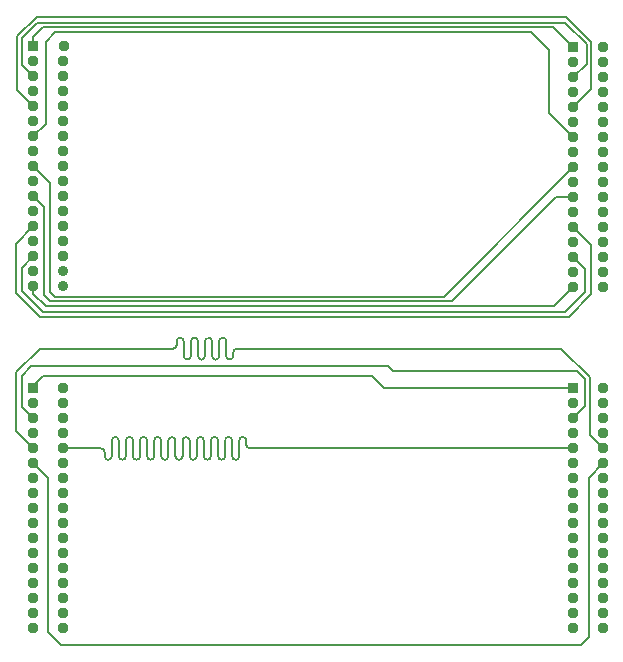
<source format=gbr>
%TF.GenerationSoftware,KiCad,Pcbnew,7.0.7*%
%TF.CreationDate,2023-09-12T10:14:53-04:00*%
%TF.ProjectId,Temps_South,54656d70-735f-4536-9f75-74682e6b6963,B*%
%TF.SameCoordinates,Original*%
%TF.FileFunction,Copper,L1,Top*%
%TF.FilePolarity,Positive*%
%FSLAX46Y46*%
G04 Gerber Fmt 4.6, Leading zero omitted, Abs format (unit mm)*
G04 Created by KiCad (PCBNEW 7.0.7) date 2023-09-12 10:14:53*
%MOMM*%
%LPD*%
G01*
G04 APERTURE LIST*
%TA.AperFunction,ComponentPad*%
%ADD10R,0.940800X0.940800*%
%TD*%
%TA.AperFunction,ComponentPad*%
%ADD11C,0.940800*%
%TD*%
%TA.AperFunction,ComponentPad*%
%ADD12C,0.890000*%
%TD*%
%TA.AperFunction,Conductor*%
%ADD13C,0.200000*%
%TD*%
G04 APERTURE END LIST*
D10*
%TO.P,J2,1,Pin_1*%
%TO.N,/TD2_1*%
X93944440Y-79857600D03*
D11*
%TO.P,J2,2,Pin_2*%
%TO.N,/TD2_2*%
X96504760Y-79857600D03*
%TO.P,J2,3,Pin_3*%
%TO.N,unconnected-(J2-Pin_3-Pad3)*%
X93954600Y-81127600D03*
%TO.P,J2,4,Pin_4*%
%TO.N,unconnected-(J2-Pin_4-Pad4)*%
X96494600Y-81127600D03*
%TO.P,J2,5,Pin_5*%
%TO.N,/TD2_5*%
X93954600Y-82397600D03*
%TO.P,J2,6,Pin_6*%
%TO.N,/TD2_6*%
X96494600Y-82397600D03*
%TO.P,J2,7,Pin_7*%
%TO.N,unconnected-(J2-Pin_7-Pad7)*%
X93954600Y-83667600D03*
%TO.P,J2,8,Pin_8*%
%TO.N,unconnected-(J2-Pin_8-Pad8)*%
X96494600Y-83667600D03*
%TO.P,J2,9,Pin_9*%
%TO.N,/TD2_9*%
X93954600Y-84937600D03*
%TO.P,J2,10,Pin_10*%
%TO.N,/TD2_10*%
X96494600Y-84937600D03*
%TO.P,J2,11,Pin_11*%
%TO.N,/TD2_11*%
X93954600Y-86207600D03*
%TO.P,J2,12,Pin_12*%
%TO.N,unconnected-(J2-Pin_12-Pad12)*%
X96494600Y-86207600D03*
%TO.P,J2,13,Pin_13*%
%TO.N,unconnected-(J2-Pin_13-Pad13)*%
X93954600Y-87477600D03*
%TO.P,J2,14,Pin_14*%
%TO.N,unconnected-(J2-Pin_14-Pad14)*%
X96494600Y-87477600D03*
%TO.P,J2,15,Pin_15*%
%TO.N,unconnected-(J2-Pin_15-Pad15)*%
X93954600Y-88747600D03*
%TO.P,J2,16,Pin_16*%
%TO.N,unconnected-(J2-Pin_16-Pad16)*%
X96494600Y-88747600D03*
%TO.P,J2,17,Pin_17*%
%TO.N,unconnected-(J2-Pin_17-Pad17)*%
X93954600Y-90017600D03*
%TO.P,J2,18,Pin_18*%
%TO.N,unconnected-(J2-Pin_18-Pad18)*%
X96494600Y-90017600D03*
%TO.P,J2,19,Pin_19*%
%TO.N,unconnected-(J2-Pin_19-Pad19)*%
X93954600Y-91287600D03*
%TO.P,J2,20,Pin_20*%
%TO.N,unconnected-(J2-Pin_20-Pad20)*%
X96494600Y-91287600D03*
%TO.P,J2,21,Pin_21*%
%TO.N,unconnected-(J2-Pin_21-Pad21)*%
X93954600Y-92557600D03*
%TO.P,J2,22,Pin_22*%
%TO.N,unconnected-(J2-Pin_22-Pad22)*%
X96494600Y-92557600D03*
%TO.P,J2,23,Pin_23*%
%TO.N,unconnected-(J2-Pin_23-Pad23)*%
X93954600Y-93827600D03*
%TO.P,J2,24,Pin_24*%
%TO.N,unconnected-(J2-Pin_24-Pad24)*%
X96494600Y-93827600D03*
%TO.P,J2,25,Pin_25*%
%TO.N,unconnected-(J2-Pin_25-Pad25)*%
X93954600Y-95097600D03*
%TO.P,J2,26,Pin_26*%
%TO.N,unconnected-(J2-Pin_26-Pad26)*%
X96494600Y-95097600D03*
%TO.P,J2,27,Pin_27*%
%TO.N,unconnected-(J2-Pin_27-Pad27)*%
X93954600Y-96367600D03*
%TO.P,J2,28,Pin_28*%
%TO.N,unconnected-(J2-Pin_28-Pad28)*%
X96494600Y-96367600D03*
%TO.P,J2,29,Pin_29*%
%TO.N,unconnected-(J2-Pin_29-Pad29)*%
X93954600Y-97637600D03*
%TO.P,J2,30,Pin_30*%
%TO.N,unconnected-(J2-Pin_30-Pad30)*%
X96494600Y-97637600D03*
%TO.P,J2,31,Pin_31*%
%TO.N,unconnected-(J2-Pin_31-Pad31)*%
X93954600Y-98907600D03*
%TO.P,J2,32,Pin_32*%
%TO.N,unconnected-(J2-Pin_32-Pad32)*%
X96494600Y-98907600D03*
%TO.P,J2,33,Pin_33*%
%TO.N,unconnected-(J2-Pin_33-Pad33)*%
X93954600Y-100177600D03*
%TO.P,J2,34,Pin_34*%
%TO.N,unconnected-(J2-Pin_34-Pad34)*%
X96494600Y-100177600D03*
%TD*%
D10*
%TO.P,J3,1,Pin_1*%
%TO.N,/TD1_1+*%
X139664440Y-50952400D03*
D11*
%TO.P,J3,2,Pin_2*%
%TO.N,/TD1_1-*%
X142224760Y-50952400D03*
%TO.P,J3,3,Pin_3*%
%TO.N,unconnected-(J3-Pin_3-Pad3)*%
X139674600Y-52222400D03*
%TO.P,J3,4,Pin_4*%
%TO.N,unconnected-(J3-Pin_4-Pad4)*%
X142214600Y-52222400D03*
%TO.P,J3,5,Pin_5*%
%TO.N,/TD1_5*%
X139674600Y-53492400D03*
%TO.P,J3,6,Pin_6*%
%TO.N,/TD1_6*%
X142214600Y-53492400D03*
%TO.P,J3,7,Pin_7*%
%TO.N,unconnected-(J3-Pin_7-Pad7)*%
X139674600Y-54762400D03*
%TO.P,J3,8,Pin_8*%
%TO.N,unconnected-(J3-Pin_8-Pad8)*%
X142214600Y-54762400D03*
%TO.P,J3,9,Pin_9*%
%TO.N,/TD1_9*%
X139674600Y-56032400D03*
%TO.P,J3,10,Pin_10*%
%TO.N,/TD1_10*%
X142214600Y-56032400D03*
%TO.P,J3,11,Pin_11*%
%TO.N,unconnected-(J3-Pin_11-Pad11)*%
X139674600Y-57302400D03*
%TO.P,J3,12,Pin_12*%
%TO.N,unconnected-(J3-Pin_12-Pad12)*%
X142214600Y-57302400D03*
%TO.P,J3,13,Pin_13*%
%TO.N,/TD1_13*%
X139674600Y-58572400D03*
%TO.P,J3,14,Pin_14*%
%TO.N,/TD1_14*%
X142214600Y-58572400D03*
%TO.P,J3,15,Pin_15*%
%TO.N,unconnected-(J3-Pin_15-Pad15)*%
X139674600Y-59842400D03*
%TO.P,J3,16,Pin_16*%
%TO.N,unconnected-(J3-Pin_16-Pad16)*%
X142214600Y-59842400D03*
%TO.P,J3,17,Pin_17*%
%TO.N,/TD1_17*%
X139674600Y-61112400D03*
%TO.P,J3,18,Pin_18*%
%TO.N,/TD1_18*%
X142214600Y-61112400D03*
%TO.P,J3,19,Pin_19*%
%TO.N,unconnected-(J3-Pin_19-Pad19)*%
X139674600Y-62382400D03*
%TO.P,J3,20,Pin_20*%
%TO.N,unconnected-(J3-Pin_20-Pad20)*%
X142214600Y-62382400D03*
%TO.P,J3,21,Pin_21*%
%TO.N,/TD1_21*%
X139674600Y-63652400D03*
%TO.P,J3,22,Pin_22*%
%TO.N,/TD1_22*%
X142214600Y-63652400D03*
%TO.P,J3,23,Pin_23*%
%TO.N,unconnected-(J3-Pin_23-Pad23)*%
X139674600Y-64922400D03*
%TO.P,J3,24,Pin_24*%
%TO.N,unconnected-(J3-Pin_24-Pad24)*%
X142214600Y-64922400D03*
%TO.P,J3,25,Pin_25*%
%TO.N,/TD1_25*%
X139674600Y-66192400D03*
%TO.P,J3,26,Pin_26*%
%TO.N,/TD1_26*%
X142214600Y-66192400D03*
%TO.P,J3,27,Pin_27*%
%TO.N,unconnected-(J3-Pin_27-Pad27)*%
X139674600Y-67462400D03*
%TO.P,J3,28,Pin_28*%
%TO.N,unconnected-(J3-Pin_28-Pad28)*%
X142214600Y-67462400D03*
%TO.P,J3,29,Pin_29*%
%TO.N,/TD1_29*%
X139674600Y-68732400D03*
%TO.P,J3,30,Pin_30*%
%TO.N,/TD1_30*%
X142214600Y-68732400D03*
%TO.P,J3,31,Pin_31*%
%TO.N,unconnected-(J3-Pin_31-Pad31)*%
X139674600Y-70002400D03*
%TO.P,J3,32,Pin_32*%
%TO.N,unconnected-(J3-Pin_32-Pad32)*%
X142214600Y-70002400D03*
%TO.P,J3,33,Pin_33*%
%TO.N,/TD1_33*%
X139674600Y-71272400D03*
%TO.P,J3,34,Pin_34*%
%TO.N,/TD1_34*%
X142214600Y-71272400D03*
%TD*%
D10*
%TO.P,J4,1,Pin_1*%
%TO.N,/TD2_1*%
X139659840Y-79857600D03*
D11*
%TO.P,J4,2,Pin_2*%
%TO.N,/TD2_2*%
X142220160Y-79857600D03*
%TO.P,J4,3,Pin_3*%
%TO.N,unconnected-(J4-Pin_3-Pad3)*%
X139670000Y-81127600D03*
%TO.P,J4,4,Pin_4*%
%TO.N,unconnected-(J4-Pin_4-Pad4)*%
X142210000Y-81127600D03*
%TO.P,J4,5,Pin_5*%
%TO.N,/TD2_5*%
X139670000Y-82397600D03*
%TO.P,J4,6,Pin_6*%
%TO.N,/TD2_6*%
X142210000Y-82397600D03*
%TO.P,J4,7,Pin_7*%
%TO.N,unconnected-(J4-Pin_7-Pad7)*%
X139670000Y-83667600D03*
%TO.P,J4,8,Pin_8*%
%TO.N,unconnected-(J4-Pin_8-Pad8)*%
X142210000Y-83667600D03*
%TO.P,J4,9,Pin_9*%
%TO.N,/TD2_10*%
X139670000Y-84937600D03*
%TO.P,J4,10,Pin_10*%
%TO.N,/TD2_9*%
X142210000Y-84937600D03*
%TO.P,J4,11,Pin_11*%
%TO.N,unconnected-(J4-Pin_11-Pad11)*%
X139670000Y-86207600D03*
%TO.P,J4,12,Pin_12*%
%TO.N,/TD2_11*%
X142210000Y-86207600D03*
%TO.P,J4,13,Pin_13*%
%TO.N,unconnected-(J4-Pin_13-Pad13)*%
X139670000Y-87477600D03*
%TO.P,J4,14,Pin_14*%
%TO.N,unconnected-(J4-Pin_14-Pad14)*%
X142210000Y-87477600D03*
%TO.P,J4,15,Pin_15*%
%TO.N,unconnected-(J4-Pin_15-Pad15)*%
X139670000Y-88747600D03*
%TO.P,J4,16,Pin_16*%
%TO.N,unconnected-(J4-Pin_16-Pad16)*%
X142210000Y-88747600D03*
%TO.P,J4,17,Pin_17*%
%TO.N,unconnected-(J4-Pin_17-Pad17)*%
X139670000Y-90017600D03*
%TO.P,J4,18,Pin_18*%
%TO.N,unconnected-(J4-Pin_18-Pad18)*%
X142210000Y-90017600D03*
%TO.P,J4,19,Pin_19*%
%TO.N,unconnected-(J4-Pin_19-Pad19)*%
X139670000Y-91287600D03*
%TO.P,J4,20,Pin_20*%
%TO.N,unconnected-(J4-Pin_20-Pad20)*%
X142210000Y-91287600D03*
%TO.P,J4,21,Pin_21*%
%TO.N,unconnected-(J4-Pin_21-Pad21)*%
X139670000Y-92557600D03*
%TO.P,J4,22,Pin_22*%
%TO.N,unconnected-(J4-Pin_22-Pad22)*%
X142210000Y-92557600D03*
%TO.P,J4,23,Pin_23*%
%TO.N,unconnected-(J4-Pin_23-Pad23)*%
X139670000Y-93827600D03*
%TO.P,J4,24,Pin_24*%
%TO.N,unconnected-(J4-Pin_24-Pad24)*%
X142210000Y-93827600D03*
%TO.P,J4,25,Pin_25*%
%TO.N,unconnected-(J4-Pin_25-Pad25)*%
X139670000Y-95097600D03*
%TO.P,J4,26,Pin_26*%
%TO.N,unconnected-(J4-Pin_26-Pad26)*%
X142210000Y-95097600D03*
%TO.P,J4,27,Pin_27*%
%TO.N,unconnected-(J4-Pin_27-Pad27)*%
X139670000Y-96367600D03*
%TO.P,J4,28,Pin_28*%
%TO.N,unconnected-(J4-Pin_28-Pad28)*%
X142210000Y-96367600D03*
%TO.P,J4,29,Pin_29*%
%TO.N,unconnected-(J4-Pin_29-Pad29)*%
X139670000Y-97637600D03*
%TO.P,J4,30,Pin_30*%
%TO.N,unconnected-(J4-Pin_30-Pad30)*%
X142210000Y-97637600D03*
%TO.P,J4,31,Pin_31*%
%TO.N,unconnected-(J4-Pin_31-Pad31)*%
X139670000Y-98907600D03*
%TO.P,J4,32,Pin_32*%
%TO.N,unconnected-(J4-Pin_32-Pad32)*%
X142210000Y-98907600D03*
%TO.P,J4,33,Pin_33*%
%TO.N,unconnected-(J4-Pin_33-Pad33)*%
X139670000Y-100177600D03*
%TO.P,J4,34,Pin_34*%
%TO.N,unconnected-(J4-Pin_34-Pad34)*%
X142210000Y-100177600D03*
%TD*%
D10*
%TO.P,J1,1,Pin_1*%
%TO.N,/TD1_1+*%
X93969840Y-50901600D03*
D11*
%TO.P,J1,2,Pin_2*%
%TO.N,/TD1_1-*%
X96530160Y-50901600D03*
%TO.P,J1,3,Pin_3*%
%TO.N,unconnected-(J1-Pin_3-Pad3)*%
X93980000Y-52171600D03*
%TO.P,J1,4,Pin_4*%
%TO.N,unconnected-(J1-Pin_4-Pad4)*%
X96520000Y-52171600D03*
%TO.P,J1,5,Pin_5*%
%TO.N,/TD1_5*%
X93980000Y-53441600D03*
%TO.P,J1,6,Pin_6*%
%TO.N,/TD1_6*%
X96520000Y-53441600D03*
%TO.P,J1,7,Pin_7*%
%TO.N,unconnected-(J1-Pin_7-Pad7)*%
X93980000Y-54711600D03*
%TO.P,J1,8,Pin_8*%
%TO.N,unconnected-(J1-Pin_8-Pad8)*%
X96520000Y-54711600D03*
%TO.P,J1,9,Pin_9*%
%TO.N,/TD1_9*%
X93980000Y-55981600D03*
%TO.P,J1,10,Pin_10*%
%TO.N,/TD1_10*%
X96520000Y-55981600D03*
%TO.P,J1,11,Pin_11*%
%TO.N,unconnected-(J1-Pin_11-Pad11)*%
X93980000Y-57251600D03*
%TO.P,J1,12,Pin_12*%
%TO.N,unconnected-(J1-Pin_12-Pad12)*%
X96520000Y-57251600D03*
%TO.P,J1,13,Pin_13*%
%TO.N,/TD1_13*%
X93980000Y-58521600D03*
%TO.P,J1,14,Pin_14*%
%TO.N,/TD1_14*%
X96520000Y-58521600D03*
%TO.P,J1,15,Pin_15*%
%TO.N,unconnected-(J1-Pin_15-Pad15)*%
X93980000Y-59791600D03*
%TO.P,J1,16,Pin_16*%
%TO.N,unconnected-(J1-Pin_16-Pad16)*%
X96520000Y-59791600D03*
%TO.P,J1,17,Pin_17*%
%TO.N,/TD1_17*%
X93980000Y-61061600D03*
%TO.P,J1,18,Pin_18*%
%TO.N,/TD1_18*%
X96520000Y-61061600D03*
%TO.P,J1,19,Pin_19*%
%TO.N,unconnected-(J1-Pin_19-Pad19)*%
X93980000Y-62331600D03*
%TO.P,J1,20,Pin_20*%
%TO.N,unconnected-(J1-Pin_20-Pad20)*%
X96520000Y-62331600D03*
%TO.P,J1,21,Pin_21*%
%TO.N,/TD1_21*%
X93980000Y-63601600D03*
%TO.P,J1,22,Pin_22*%
%TO.N,/TD1_22*%
X96520000Y-63601600D03*
%TO.P,J1,23,Pin_23*%
%TO.N,unconnected-(J1-Pin_23-Pad23)*%
X93980000Y-64871600D03*
%TO.P,J1,24,Pin_24*%
%TO.N,unconnected-(J1-Pin_24-Pad24)*%
X96520000Y-64871600D03*
%TO.P,J1,25,Pin_25*%
%TO.N,/TD1_25*%
X93980000Y-66141600D03*
%TO.P,J1,26,Pin_26*%
%TO.N,/TD1_26*%
X96520000Y-66141600D03*
%TO.P,J1,27,Pin_27*%
%TO.N,unconnected-(J1-Pin_27-Pad27)*%
X93980000Y-67411600D03*
%TO.P,J1,28,Pin_28*%
%TO.N,unconnected-(J1-Pin_28-Pad28)*%
X96520000Y-67411600D03*
%TO.P,J1,29,Pin_29*%
%TO.N,/TD1_29*%
X93980000Y-68681600D03*
%TO.P,J1,30,Pin_30*%
%TO.N,/TD1_30*%
X96520000Y-68681600D03*
%TO.P,J1,31,Pin_31*%
%TO.N,unconnected-(J1-Pin_31-Pad31)*%
X93980000Y-69951600D03*
D12*
%TO.P,J1,32,Pin_32*%
%TO.N,unconnected-(J1-Pin_32-Pad32)*%
X96520000Y-69951600D03*
D11*
%TO.P,J1,33,Pin_33*%
%TO.N,/TD1_33*%
X93980000Y-71221600D03*
D12*
%TO.P,J1,34,Pin_34*%
%TO.N,/TD1_34*%
X96520000Y-71221600D03*
%TD*%
D13*
%TO.N,/TD1_5*%
X139007400Y-48887600D02*
X140807400Y-50687600D01*
X93007400Y-50187600D02*
X94307400Y-48887600D01*
X93980000Y-53441600D02*
X93007400Y-52469000D01*
X94307400Y-48887600D02*
X139007400Y-48887600D01*
X140807400Y-50687600D02*
X140807400Y-52359600D01*
X93007400Y-52469000D02*
X93007400Y-50187600D01*
X140807400Y-52359600D02*
X139674600Y-53492400D01*
%TO.N,/TD1_9*%
X94241714Y-48387600D02*
X139073085Y-48387600D01*
X92607400Y-54609000D02*
X92607400Y-50021914D01*
X139073085Y-48387600D02*
X141207400Y-50521915D01*
X93980000Y-55981600D02*
X92607400Y-54609000D01*
X141207400Y-54499600D02*
X139674600Y-56032400D01*
X92607400Y-50021914D02*
X94241714Y-48387600D01*
X141207400Y-50521915D02*
X141207400Y-54499600D01*
%TO.N,/TD1_13*%
X95807400Y-49687600D02*
X136107400Y-49687600D01*
X95007400Y-50487600D02*
X95807400Y-49687600D01*
X136107400Y-49687600D02*
X137607400Y-51187600D01*
X93980000Y-58521600D02*
X95007400Y-57494200D01*
X137607400Y-56505200D02*
X139674600Y-58572400D01*
X95007400Y-57494200D02*
X95007400Y-50487600D01*
X137607400Y-51187600D02*
X137607400Y-56505200D01*
%TO.N,/TD1_17*%
X95407400Y-71687600D02*
X95807400Y-72087600D01*
X95807400Y-72087600D02*
X128699400Y-72087600D01*
X93980000Y-61061600D02*
X95407400Y-62489000D01*
X128699400Y-72087600D02*
X139674600Y-61112400D01*
X95407400Y-62489000D02*
X95407400Y-71687600D01*
%TO.N,/TD1_21*%
X94907400Y-64529000D02*
X94907400Y-71987600D01*
X94907400Y-71987600D02*
X95407400Y-72487600D01*
X129407400Y-72487600D02*
X138242600Y-63652400D01*
X95407400Y-72487600D02*
X129407400Y-72487600D01*
X93980000Y-63601600D02*
X94907400Y-64529000D01*
X138242600Y-63652400D02*
X139674600Y-63652400D01*
%TO.N,/TD1_25*%
X92507400Y-67614200D02*
X92507400Y-71787600D01*
X139307400Y-73787600D02*
X141207400Y-71887600D01*
X141207400Y-71887600D02*
X141207400Y-67725200D01*
X94507400Y-73787600D02*
X139307400Y-73787600D01*
X92507400Y-71787600D02*
X94507400Y-73787600D01*
X93980000Y-66141600D02*
X92507400Y-67614200D01*
X141207400Y-67725200D02*
X139674600Y-66192400D01*
%TO.N,/TD1_29*%
X94807400Y-73387600D02*
X139007400Y-73387600D01*
X139007400Y-73387600D02*
X140707400Y-71687600D01*
X93980000Y-68681600D02*
X93007400Y-69654200D01*
X93007400Y-69654200D02*
X93007400Y-71587600D01*
X140707400Y-71687600D02*
X140707400Y-69765200D01*
X140707400Y-69765200D02*
X139674600Y-68732400D01*
X93007400Y-71587600D02*
X94807400Y-73387600D01*
%TO.N,/TD1_33*%
X95007400Y-72887600D02*
X138059400Y-72887600D01*
X93980000Y-71221600D02*
X93980000Y-71860200D01*
X138059400Y-72887600D02*
X139674600Y-71272400D01*
X93980000Y-71860200D02*
X95007400Y-72887600D01*
%TO.N,/TD2_1*%
X122607400Y-78787600D02*
X123677400Y-79857600D01*
X93944440Y-79857600D02*
X93944440Y-79650560D01*
X94807400Y-78787600D02*
X122607400Y-78787600D01*
X123677400Y-79857600D02*
X139659840Y-79857600D01*
X93944440Y-79650560D02*
X94807400Y-78787600D01*
X139530403Y-79987037D02*
X139659840Y-79857600D01*
%TO.N,/TD2_5*%
X93807400Y-77987600D02*
X124007400Y-77987600D01*
X124007400Y-77987600D02*
X124407400Y-78387600D01*
X140707400Y-81360200D02*
X139670000Y-82397600D01*
X140707400Y-79087600D02*
X140707400Y-81360200D01*
X93007400Y-78787600D02*
X93807400Y-77987600D01*
X93007400Y-81450400D02*
X93007400Y-78787600D01*
X124407400Y-78387600D02*
X140007400Y-78387600D01*
X140007400Y-78387600D02*
X140707400Y-79087600D01*
X93954600Y-82397600D02*
X93007400Y-81450400D01*
%TO.N,/TD2_9*%
X141107400Y-78921915D02*
X141107400Y-83835000D01*
X111207400Y-76487600D02*
X111969909Y-76487600D01*
X106107400Y-76187600D02*
X106107400Y-75857499D01*
X109707400Y-76487600D02*
X109707400Y-75857499D01*
X92507400Y-78487600D02*
X94507400Y-76487600D01*
X107307400Y-77117701D02*
X107307400Y-76487600D01*
X108507400Y-77117725D02*
X108507400Y-76487600D01*
X106707400Y-75857499D02*
X106707400Y-76187600D01*
X92507400Y-83490400D02*
X92507400Y-78487600D01*
X94507400Y-76487600D02*
X105807400Y-76487600D01*
X107307400Y-76487600D02*
X107307400Y-75857499D01*
X107907400Y-76487600D02*
X107907400Y-77117725D01*
X111969909Y-76487600D02*
X138673085Y-76487600D01*
X109107400Y-75857499D02*
X109107400Y-76487600D01*
X110307400Y-76487600D02*
X110307400Y-77117725D01*
X138673085Y-76487600D02*
X141107400Y-78921915D01*
X108507400Y-76487600D02*
X108507400Y-75857499D01*
X93954600Y-84937600D02*
X92507400Y-83490400D01*
X110307400Y-75857499D02*
X110307400Y-76487600D01*
X107907400Y-75857499D02*
X107907400Y-76487600D01*
X141107400Y-83835000D02*
X142210000Y-84937600D01*
X109107400Y-76487600D02*
X109107400Y-77117725D01*
X110907400Y-77117725D02*
X110907400Y-76787600D01*
X109707400Y-77117725D02*
X109707400Y-76487600D01*
X106707400Y-76187600D02*
X106707400Y-77117701D01*
X110307375Y-77117725D02*
G75*
G03*
X110607400Y-77417725I300025J25D01*
G01*
X106407400Y-75557500D02*
G75*
G03*
X106107400Y-75857499I0J-300000D01*
G01*
X109407400Y-77417700D02*
G75*
G03*
X109707400Y-77117725I0J300000D01*
G01*
X107607400Y-75557500D02*
G75*
G03*
X107307400Y-75857499I0J-300000D01*
G01*
X105807400Y-76487600D02*
G75*
G03*
X106107400Y-76187600I0J300000D01*
G01*
X107007400Y-77417700D02*
G75*
G03*
X107307400Y-77117701I0J300000D01*
G01*
X108207400Y-77417700D02*
G75*
G03*
X108507400Y-77117725I0J300000D01*
G01*
X106707401Y-75857499D02*
G75*
G03*
X106407400Y-75557499I-300001J-1D01*
G01*
X110307401Y-75857499D02*
G75*
G03*
X110007400Y-75557499I-300001J-1D01*
G01*
X110607400Y-77417700D02*
G75*
G03*
X110907400Y-77117725I0J300000D01*
G01*
X106707399Y-77117701D02*
G75*
G03*
X107007400Y-77417701I300001J1D01*
G01*
X109107401Y-75857499D02*
G75*
G03*
X108807400Y-75557499I-300001J-1D01*
G01*
X110007400Y-75557500D02*
G75*
G03*
X109707400Y-75857499I0J-300000D01*
G01*
X109107375Y-77117725D02*
G75*
G03*
X109407400Y-77417725I300025J25D01*
G01*
X107907375Y-77117725D02*
G75*
G03*
X108207400Y-77417725I300025J25D01*
G01*
X108807400Y-75557500D02*
G75*
G03*
X108507400Y-75857499I0J-300000D01*
G01*
X111207400Y-76487600D02*
G75*
G03*
X110907400Y-76787600I0J-300000D01*
G01*
X107907401Y-75857499D02*
G75*
G03*
X107607400Y-75557499I-300001J-1D01*
G01*
%TO.N,/TD2_10*%
X110207400Y-84937600D02*
X110207400Y-84268704D01*
X96494600Y-84937600D02*
X99707400Y-84937600D01*
X104207400Y-84937600D02*
X104207400Y-84268729D01*
X110207400Y-85606471D02*
X110207400Y-84937600D01*
X110807400Y-84268704D02*
X110807400Y-84937600D01*
X103607400Y-84937600D02*
X103607400Y-85606471D01*
X103007400Y-85606471D02*
X103007400Y-84937600D01*
X109007400Y-85606471D02*
X109007400Y-84937600D01*
X112007400Y-84268704D02*
X112007400Y-84637600D01*
X109607400Y-84268704D02*
X109607400Y-84937600D01*
X108407400Y-84937600D02*
X108407400Y-85606471D01*
X107807400Y-84937600D02*
X107807400Y-84268729D01*
X104807400Y-84937600D02*
X104807400Y-85606471D01*
X102407400Y-84937600D02*
X102407400Y-85606471D01*
X106607400Y-84937600D02*
X106607400Y-84268729D01*
X112307400Y-84937600D02*
X113453066Y-84937600D01*
X106007400Y-84268729D02*
X106007400Y-84937600D01*
X111407400Y-84937600D02*
X111407400Y-84268704D01*
X108407400Y-84268729D02*
X108407400Y-84937600D01*
X107807400Y-85606471D02*
X107807400Y-84937600D01*
X113453066Y-84937600D02*
X139670000Y-84937600D01*
X107207400Y-84268729D02*
X107207400Y-84937600D01*
X105407400Y-84937600D02*
X105407400Y-84268729D01*
X101207400Y-84268729D02*
X101207400Y-84937600D01*
X111407400Y-85606471D02*
X111407400Y-84937600D01*
X103007400Y-84937600D02*
X103007400Y-84268729D01*
X100007400Y-85237600D02*
X100007400Y-85606471D01*
X109007400Y-84937600D02*
X109007400Y-84268704D01*
X100607400Y-85237600D02*
X100607400Y-84268729D01*
X105407400Y-85606471D02*
X105407400Y-84937600D01*
X100607400Y-85606471D02*
X100607400Y-85237600D01*
X106007400Y-84937600D02*
X106007400Y-85606471D01*
X107207400Y-84937600D02*
X107207400Y-85606471D01*
X104807400Y-84268729D02*
X104807400Y-84937600D01*
X102407400Y-84268729D02*
X102407400Y-84937600D01*
X103607400Y-84268729D02*
X103607400Y-84937600D01*
X104207400Y-85606471D02*
X104207400Y-84937600D01*
X101807400Y-85606471D02*
X101807400Y-84937600D01*
X101807400Y-84937600D02*
X101807400Y-84268729D01*
X110807400Y-84937600D02*
X110807400Y-85606471D01*
X101207400Y-84937600D02*
X101207400Y-85606471D01*
X109607400Y-84937600D02*
X109607400Y-85606471D01*
X106607400Y-85606471D02*
X106607400Y-84937600D01*
X109907400Y-85906500D02*
G75*
G03*
X110207400Y-85606471I0J300000D01*
G01*
X105707400Y-83968700D02*
G75*
G03*
X105407400Y-84268729I0J-300000D01*
G01*
X103907400Y-85906500D02*
G75*
G03*
X104207400Y-85606471I0J300000D01*
G01*
X108407429Y-85606471D02*
G75*
G03*
X108707400Y-85906471I299971J-29D01*
G01*
X106307400Y-85906500D02*
G75*
G03*
X106607400Y-85606471I0J300000D01*
G01*
X103607429Y-85606471D02*
G75*
G03*
X103907400Y-85906471I299971J-29D01*
G01*
X104507400Y-83968700D02*
G75*
G03*
X104207400Y-84268729I0J-300000D01*
G01*
X102407371Y-84268729D02*
G75*
G03*
X102107400Y-83968729I-299971J29D01*
G01*
X104807371Y-84268729D02*
G75*
G03*
X104507400Y-83968729I-299971J29D01*
G01*
X109307400Y-83968700D02*
G75*
G03*
X109007400Y-84268704I0J-300000D01*
G01*
X106007371Y-84268729D02*
G75*
G03*
X105707400Y-83968729I-299971J29D01*
G01*
X110807396Y-84268704D02*
G75*
G03*
X110507400Y-83968704I-299996J4D01*
G01*
X111107400Y-85906500D02*
G75*
G03*
X111407400Y-85606471I0J300000D01*
G01*
X104807429Y-85606471D02*
G75*
G03*
X105107400Y-85906471I299971J-29D01*
G01*
X106907400Y-83968700D02*
G75*
G03*
X106607400Y-84268729I0J-300000D01*
G01*
X102107400Y-83968700D02*
G75*
G03*
X101807400Y-84268729I0J-300000D01*
G01*
X103607371Y-84268729D02*
G75*
G03*
X103307400Y-83968729I-299971J29D01*
G01*
X110807429Y-85606471D02*
G75*
G03*
X111107400Y-85906471I299971J-29D01*
G01*
X112007396Y-84268704D02*
G75*
G03*
X111707400Y-83968704I-299996J4D01*
G01*
X105107400Y-85906500D02*
G75*
G03*
X105407400Y-85606471I0J300000D01*
G01*
X107207371Y-84268729D02*
G75*
G03*
X106907400Y-83968729I-299971J29D01*
G01*
X110507400Y-83968700D02*
G75*
G03*
X110207400Y-84268704I0J-300000D01*
G01*
X100007400Y-85237600D02*
G75*
G03*
X99707400Y-84937600I-300000J0D01*
G01*
X107207429Y-85606471D02*
G75*
G03*
X107507400Y-85906471I299971J-29D01*
G01*
X102407429Y-85606471D02*
G75*
G03*
X102707400Y-85906471I299971J-29D01*
G01*
X112007400Y-84637600D02*
G75*
G03*
X112307400Y-84937600I300000J0D01*
G01*
X100007429Y-85606471D02*
G75*
G03*
X100307400Y-85906471I299971J-29D01*
G01*
X103307400Y-83968700D02*
G75*
G03*
X103007400Y-84268729I0J-300000D01*
G01*
X101507400Y-85906500D02*
G75*
G03*
X101807400Y-85606471I0J300000D01*
G01*
X108407371Y-84268729D02*
G75*
G03*
X108107400Y-83968729I-299971J29D01*
G01*
X102707400Y-85906500D02*
G75*
G03*
X103007400Y-85606471I0J300000D01*
G01*
X109607429Y-85606471D02*
G75*
G03*
X109907400Y-85906471I299971J-29D01*
G01*
X101207371Y-84268729D02*
G75*
G03*
X100907400Y-83968729I-299971J29D01*
G01*
X106007429Y-85606471D02*
G75*
G03*
X106307400Y-85906471I299971J-29D01*
G01*
X109607396Y-84268704D02*
G75*
G03*
X109307400Y-83968704I-299996J4D01*
G01*
X107507400Y-85906500D02*
G75*
G03*
X107807400Y-85606471I0J300000D01*
G01*
X111707400Y-83968700D02*
G75*
G03*
X111407400Y-84268704I0J-300000D01*
G01*
X108707400Y-85906500D02*
G75*
G03*
X109007400Y-85606471I0J300000D01*
G01*
X100307400Y-85906500D02*
G75*
G03*
X100607400Y-85606471I0J300000D01*
G01*
X100907400Y-83968700D02*
G75*
G03*
X100607400Y-84268729I0J-300000D01*
G01*
X108107400Y-83968700D02*
G75*
G03*
X107807400Y-84268729I0J-300000D01*
G01*
X101207429Y-85606471D02*
G75*
G03*
X101507400Y-85906471I299971J-29D01*
G01*
%TO.N,/TD2_11*%
X96307400Y-101587600D02*
X95207400Y-100487600D01*
X141007400Y-87410200D02*
X141007400Y-100887600D01*
X140307400Y-101587600D02*
X96307400Y-101587600D01*
X142210000Y-86207600D02*
X141007400Y-87410200D01*
X95207400Y-87460400D02*
X93954600Y-86207600D01*
X95207400Y-100487600D02*
X95207400Y-87460400D01*
X141007400Y-100887600D02*
X140307400Y-101587600D01*
%TO.N,/TD1_1+*%
X137999640Y-49287600D02*
X139664440Y-50952400D01*
X94807400Y-49287600D02*
X137999640Y-49287600D01*
X93969840Y-50125160D02*
X94807400Y-49287600D01*
X93969840Y-50901600D02*
X93969840Y-50125160D01*
%TD*%
M02*

</source>
